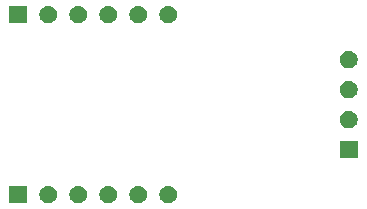
<source format=gbs>
G04 #@! TF.GenerationSoftware,KiCad,Pcbnew,(5.0.0)*
G04 #@! TF.CreationDate,2018-11-06T09:34:30+07:00*
G04 #@! TF.ProjectId,receiver,72656365697665722E6B696361645F70,rev?*
G04 #@! TF.SameCoordinates,Original*
G04 #@! TF.FileFunction,Soldermask,Bot*
G04 #@! TF.FilePolarity,Negative*
%FSLAX46Y46*%
G04 Gerber Fmt 4.6, Leading zero omitted, Abs format (unit mm)*
G04 Created by KiCad (PCBNEW (5.0.0)) date 11/06/18 09:34:30*
%MOMM*%
%LPD*%
G01*
G04 APERTURE LIST*
%ADD10C,0.100000*%
G04 APERTURE END LIST*
D10*
G36*
X76981318Y71855589D02*
X77053767Y71841178D01*
X77110303Y71817760D01*
X77190257Y71784642D01*
X77313100Y71702561D01*
X77417561Y71598100D01*
X77499642Y71475257D01*
X77556178Y71338766D01*
X77585000Y71193870D01*
X77585000Y71046130D01*
X77556178Y70901234D01*
X77499642Y70764743D01*
X77417561Y70641900D01*
X77313100Y70537439D01*
X77190257Y70455358D01*
X77110303Y70422240D01*
X77053767Y70398822D01*
X76981318Y70384411D01*
X76908870Y70370000D01*
X76761130Y70370000D01*
X76688682Y70384411D01*
X76616233Y70398822D01*
X76559697Y70422240D01*
X76479743Y70455358D01*
X76356900Y70537439D01*
X76252439Y70641900D01*
X76170358Y70764743D01*
X76113822Y70901234D01*
X76085000Y71046130D01*
X76085000Y71193870D01*
X76113822Y71338766D01*
X76170358Y71475257D01*
X76252439Y71598100D01*
X76356900Y71702561D01*
X76479743Y71784642D01*
X76559697Y71817760D01*
X76616233Y71841178D01*
X76688682Y71855589D01*
X76761130Y71870000D01*
X76908870Y71870000D01*
X76981318Y71855589D01*
X76981318Y71855589D01*
G37*
G36*
X67425000Y70370000D02*
X65925000Y70370000D01*
X65925000Y71870000D01*
X67425000Y71870000D01*
X67425000Y70370000D01*
X67425000Y70370000D01*
G37*
G36*
X69361318Y71855589D02*
X69433767Y71841178D01*
X69490303Y71817760D01*
X69570257Y71784642D01*
X69693100Y71702561D01*
X69797561Y71598100D01*
X69879642Y71475257D01*
X69936178Y71338766D01*
X69965000Y71193870D01*
X69965000Y71046130D01*
X69936178Y70901234D01*
X69879642Y70764743D01*
X69797561Y70641900D01*
X69693100Y70537439D01*
X69570257Y70455358D01*
X69490303Y70422240D01*
X69433767Y70398822D01*
X69361318Y70384411D01*
X69288870Y70370000D01*
X69141130Y70370000D01*
X69068682Y70384411D01*
X68996233Y70398822D01*
X68939697Y70422240D01*
X68859743Y70455358D01*
X68736900Y70537439D01*
X68632439Y70641900D01*
X68550358Y70764743D01*
X68493822Y70901234D01*
X68465000Y71046130D01*
X68465000Y71193870D01*
X68493822Y71338766D01*
X68550358Y71475257D01*
X68632439Y71598100D01*
X68736900Y71702561D01*
X68859743Y71784642D01*
X68939697Y71817760D01*
X68996233Y71841178D01*
X69068682Y71855589D01*
X69141130Y71870000D01*
X69288870Y71870000D01*
X69361318Y71855589D01*
X69361318Y71855589D01*
G37*
G36*
X71901318Y71855589D02*
X71973767Y71841178D01*
X72030303Y71817760D01*
X72110257Y71784642D01*
X72233100Y71702561D01*
X72337561Y71598100D01*
X72419642Y71475257D01*
X72476178Y71338766D01*
X72505000Y71193870D01*
X72505000Y71046130D01*
X72476178Y70901234D01*
X72419642Y70764743D01*
X72337561Y70641900D01*
X72233100Y70537439D01*
X72110257Y70455358D01*
X72030303Y70422240D01*
X71973767Y70398822D01*
X71901318Y70384411D01*
X71828870Y70370000D01*
X71681130Y70370000D01*
X71608682Y70384411D01*
X71536233Y70398822D01*
X71479697Y70422240D01*
X71399743Y70455358D01*
X71276900Y70537439D01*
X71172439Y70641900D01*
X71090358Y70764743D01*
X71033822Y70901234D01*
X71005000Y71046130D01*
X71005000Y71193870D01*
X71033822Y71338766D01*
X71090358Y71475257D01*
X71172439Y71598100D01*
X71276900Y71702561D01*
X71399743Y71784642D01*
X71479697Y71817760D01*
X71536233Y71841178D01*
X71608682Y71855589D01*
X71681130Y71870000D01*
X71828870Y71870000D01*
X71901318Y71855589D01*
X71901318Y71855589D01*
G37*
G36*
X74441318Y71855589D02*
X74513767Y71841178D01*
X74570303Y71817760D01*
X74650257Y71784642D01*
X74773100Y71702561D01*
X74877561Y71598100D01*
X74959642Y71475257D01*
X75016178Y71338766D01*
X75045000Y71193870D01*
X75045000Y71046130D01*
X75016178Y70901234D01*
X74959642Y70764743D01*
X74877561Y70641900D01*
X74773100Y70537439D01*
X74650257Y70455358D01*
X74570303Y70422240D01*
X74513767Y70398822D01*
X74441318Y70384411D01*
X74368870Y70370000D01*
X74221130Y70370000D01*
X74148682Y70384411D01*
X74076233Y70398822D01*
X74019697Y70422240D01*
X73939743Y70455358D01*
X73816900Y70537439D01*
X73712439Y70641900D01*
X73630358Y70764743D01*
X73573822Y70901234D01*
X73545000Y71046130D01*
X73545000Y71193870D01*
X73573822Y71338766D01*
X73630358Y71475257D01*
X73712439Y71598100D01*
X73816900Y71702561D01*
X73939743Y71784642D01*
X74019697Y71817760D01*
X74076233Y71841178D01*
X74148682Y71855589D01*
X74221130Y71870000D01*
X74368870Y71870000D01*
X74441318Y71855589D01*
X74441318Y71855589D01*
G37*
G36*
X79521318Y71855589D02*
X79593767Y71841178D01*
X79650303Y71817760D01*
X79730257Y71784642D01*
X79853100Y71702561D01*
X79957561Y71598100D01*
X80039642Y71475257D01*
X80096178Y71338766D01*
X80125000Y71193870D01*
X80125000Y71046130D01*
X80096178Y70901234D01*
X80039642Y70764743D01*
X79957561Y70641900D01*
X79853100Y70537439D01*
X79730257Y70455358D01*
X79650303Y70422240D01*
X79593767Y70398822D01*
X79521318Y70384411D01*
X79448870Y70370000D01*
X79301130Y70370000D01*
X79228682Y70384411D01*
X79156233Y70398822D01*
X79099697Y70422240D01*
X79019743Y70455358D01*
X78896900Y70537439D01*
X78792439Y70641900D01*
X78710358Y70764743D01*
X78653822Y70901234D01*
X78625000Y71046130D01*
X78625000Y71193870D01*
X78653822Y71338766D01*
X78710358Y71475257D01*
X78792439Y71598100D01*
X78896900Y71702561D01*
X79019743Y71784642D01*
X79099697Y71817760D01*
X79156233Y71841178D01*
X79228682Y71855589D01*
X79301130Y71870000D01*
X79448870Y71870000D01*
X79521318Y71855589D01*
X79521318Y71855589D01*
G37*
G36*
X95405000Y74180000D02*
X93905000Y74180000D01*
X93905000Y75680000D01*
X95405000Y75680000D01*
X95405000Y74180000D01*
X95405000Y74180000D01*
G37*
G36*
X94801318Y78205589D02*
X94873767Y78191178D01*
X94930303Y78167760D01*
X95010257Y78134642D01*
X95133100Y78052561D01*
X95237561Y77948100D01*
X95319642Y77825257D01*
X95376178Y77688766D01*
X95405000Y77543870D01*
X95405000Y77396130D01*
X95376178Y77251234D01*
X95319642Y77114743D01*
X95237561Y76991900D01*
X95133100Y76887439D01*
X95010257Y76805358D01*
X94930303Y76772240D01*
X94873767Y76748822D01*
X94801318Y76734411D01*
X94728870Y76720000D01*
X94581130Y76720000D01*
X94508682Y76734411D01*
X94436233Y76748822D01*
X94379697Y76772240D01*
X94299743Y76805358D01*
X94176900Y76887439D01*
X94072439Y76991900D01*
X93990358Y77114743D01*
X93933822Y77251234D01*
X93905000Y77396130D01*
X93905000Y77543870D01*
X93933822Y77688766D01*
X93990358Y77825257D01*
X94072439Y77948100D01*
X94176900Y78052561D01*
X94299743Y78134642D01*
X94379697Y78167760D01*
X94436233Y78191178D01*
X94508682Y78205589D01*
X94581130Y78220000D01*
X94728870Y78220000D01*
X94801318Y78205589D01*
X94801318Y78205589D01*
G37*
G36*
X94801318Y80745589D02*
X94873767Y80731178D01*
X94930303Y80707760D01*
X95010257Y80674642D01*
X95133100Y80592561D01*
X95237561Y80488100D01*
X95319642Y80365257D01*
X95376178Y80228766D01*
X95405000Y80083870D01*
X95405000Y79936130D01*
X95376178Y79791234D01*
X95319642Y79654743D01*
X95237561Y79531900D01*
X95133100Y79427439D01*
X95010257Y79345358D01*
X94930303Y79312240D01*
X94873767Y79288822D01*
X94801318Y79274411D01*
X94728870Y79260000D01*
X94581130Y79260000D01*
X94508682Y79274411D01*
X94436233Y79288822D01*
X94379697Y79312240D01*
X94299743Y79345358D01*
X94176900Y79427439D01*
X94072439Y79531900D01*
X93990358Y79654743D01*
X93933822Y79791234D01*
X93905000Y79936130D01*
X93905000Y80083870D01*
X93933822Y80228766D01*
X93990358Y80365257D01*
X94072439Y80488100D01*
X94176900Y80592561D01*
X94299743Y80674642D01*
X94379697Y80707760D01*
X94436233Y80731178D01*
X94508682Y80745589D01*
X94581130Y80760000D01*
X94728870Y80760000D01*
X94801318Y80745589D01*
X94801318Y80745589D01*
G37*
G36*
X94801318Y83285589D02*
X94873767Y83271178D01*
X94930303Y83247760D01*
X95010257Y83214642D01*
X95133100Y83132561D01*
X95237561Y83028100D01*
X95319642Y82905257D01*
X95376178Y82768766D01*
X95405000Y82623870D01*
X95405000Y82476130D01*
X95376178Y82331234D01*
X95319642Y82194743D01*
X95237561Y82071900D01*
X95133100Y81967439D01*
X95010257Y81885358D01*
X94930303Y81852240D01*
X94873767Y81828822D01*
X94801318Y81814411D01*
X94728870Y81800000D01*
X94581130Y81800000D01*
X94508682Y81814411D01*
X94436233Y81828822D01*
X94379697Y81852240D01*
X94299743Y81885358D01*
X94176900Y81967439D01*
X94072439Y82071900D01*
X93990358Y82194743D01*
X93933822Y82331234D01*
X93905000Y82476130D01*
X93905000Y82623870D01*
X93933822Y82768766D01*
X93990358Y82905257D01*
X94072439Y83028100D01*
X94176900Y83132561D01*
X94299743Y83214642D01*
X94379697Y83247760D01*
X94436233Y83271178D01*
X94508682Y83285589D01*
X94581130Y83300000D01*
X94728870Y83300000D01*
X94801318Y83285589D01*
X94801318Y83285589D01*
G37*
G36*
X67425000Y85610000D02*
X65925000Y85610000D01*
X65925000Y87110000D01*
X67425000Y87110000D01*
X67425000Y85610000D01*
X67425000Y85610000D01*
G37*
G36*
X69361318Y87095589D02*
X69433767Y87081178D01*
X69490303Y87057760D01*
X69570257Y87024642D01*
X69693100Y86942561D01*
X69797561Y86838100D01*
X69879642Y86715257D01*
X69936178Y86578766D01*
X69965000Y86433870D01*
X69965000Y86286130D01*
X69936178Y86141234D01*
X69879642Y86004743D01*
X69797561Y85881900D01*
X69693100Y85777439D01*
X69570257Y85695358D01*
X69490303Y85662240D01*
X69433767Y85638822D01*
X69361318Y85624411D01*
X69288870Y85610000D01*
X69141130Y85610000D01*
X69068682Y85624411D01*
X68996233Y85638822D01*
X68939697Y85662240D01*
X68859743Y85695358D01*
X68736900Y85777439D01*
X68632439Y85881900D01*
X68550358Y86004743D01*
X68493822Y86141234D01*
X68465000Y86286130D01*
X68465000Y86433870D01*
X68493822Y86578766D01*
X68550358Y86715257D01*
X68632439Y86838100D01*
X68736900Y86942561D01*
X68859743Y87024642D01*
X68939697Y87057760D01*
X68996233Y87081178D01*
X69068682Y87095589D01*
X69141130Y87110000D01*
X69288870Y87110000D01*
X69361318Y87095589D01*
X69361318Y87095589D01*
G37*
G36*
X71901318Y87095589D02*
X71973767Y87081178D01*
X72030303Y87057760D01*
X72110257Y87024642D01*
X72233100Y86942561D01*
X72337561Y86838100D01*
X72419642Y86715257D01*
X72476178Y86578766D01*
X72505000Y86433870D01*
X72505000Y86286130D01*
X72476178Y86141234D01*
X72419642Y86004743D01*
X72337561Y85881900D01*
X72233100Y85777439D01*
X72110257Y85695358D01*
X72030303Y85662240D01*
X71973767Y85638822D01*
X71901318Y85624411D01*
X71828870Y85610000D01*
X71681130Y85610000D01*
X71608682Y85624411D01*
X71536233Y85638822D01*
X71479697Y85662240D01*
X71399743Y85695358D01*
X71276900Y85777439D01*
X71172439Y85881900D01*
X71090358Y86004743D01*
X71033822Y86141234D01*
X71005000Y86286130D01*
X71005000Y86433870D01*
X71033822Y86578766D01*
X71090358Y86715257D01*
X71172439Y86838100D01*
X71276900Y86942561D01*
X71399743Y87024642D01*
X71479697Y87057760D01*
X71536233Y87081178D01*
X71608682Y87095589D01*
X71681130Y87110000D01*
X71828870Y87110000D01*
X71901318Y87095589D01*
X71901318Y87095589D01*
G37*
G36*
X74441318Y87095589D02*
X74513767Y87081178D01*
X74570303Y87057760D01*
X74650257Y87024642D01*
X74773100Y86942561D01*
X74877561Y86838100D01*
X74959642Y86715257D01*
X75016178Y86578766D01*
X75045000Y86433870D01*
X75045000Y86286130D01*
X75016178Y86141234D01*
X74959642Y86004743D01*
X74877561Y85881900D01*
X74773100Y85777439D01*
X74650257Y85695358D01*
X74570303Y85662240D01*
X74513767Y85638822D01*
X74441318Y85624411D01*
X74368870Y85610000D01*
X74221130Y85610000D01*
X74148682Y85624411D01*
X74076233Y85638822D01*
X74019697Y85662240D01*
X73939743Y85695358D01*
X73816900Y85777439D01*
X73712439Y85881900D01*
X73630358Y86004743D01*
X73573822Y86141234D01*
X73545000Y86286130D01*
X73545000Y86433870D01*
X73573822Y86578766D01*
X73630358Y86715257D01*
X73712439Y86838100D01*
X73816900Y86942561D01*
X73939743Y87024642D01*
X74019697Y87057760D01*
X74076233Y87081178D01*
X74148682Y87095589D01*
X74221130Y87110000D01*
X74368870Y87110000D01*
X74441318Y87095589D01*
X74441318Y87095589D01*
G37*
G36*
X76981318Y87095589D02*
X77053767Y87081178D01*
X77110303Y87057760D01*
X77190257Y87024642D01*
X77313100Y86942561D01*
X77417561Y86838100D01*
X77499642Y86715257D01*
X77556178Y86578766D01*
X77585000Y86433870D01*
X77585000Y86286130D01*
X77556178Y86141234D01*
X77499642Y86004743D01*
X77417561Y85881900D01*
X77313100Y85777439D01*
X77190257Y85695358D01*
X77110303Y85662240D01*
X77053767Y85638822D01*
X76981318Y85624411D01*
X76908870Y85610000D01*
X76761130Y85610000D01*
X76688682Y85624411D01*
X76616233Y85638822D01*
X76559697Y85662240D01*
X76479743Y85695358D01*
X76356900Y85777439D01*
X76252439Y85881900D01*
X76170358Y86004743D01*
X76113822Y86141234D01*
X76085000Y86286130D01*
X76085000Y86433870D01*
X76113822Y86578766D01*
X76170358Y86715257D01*
X76252439Y86838100D01*
X76356900Y86942561D01*
X76479743Y87024642D01*
X76559697Y87057760D01*
X76616233Y87081178D01*
X76688682Y87095589D01*
X76761130Y87110000D01*
X76908870Y87110000D01*
X76981318Y87095589D01*
X76981318Y87095589D01*
G37*
G36*
X79521318Y87095589D02*
X79593767Y87081178D01*
X79650303Y87057760D01*
X79730257Y87024642D01*
X79853100Y86942561D01*
X79957561Y86838100D01*
X80039642Y86715257D01*
X80096178Y86578766D01*
X80125000Y86433870D01*
X80125000Y86286130D01*
X80096178Y86141234D01*
X80039642Y86004743D01*
X79957561Y85881900D01*
X79853100Y85777439D01*
X79730257Y85695358D01*
X79650303Y85662240D01*
X79593767Y85638822D01*
X79521318Y85624411D01*
X79448870Y85610000D01*
X79301130Y85610000D01*
X79228682Y85624411D01*
X79156233Y85638822D01*
X79099697Y85662240D01*
X79019743Y85695358D01*
X78896900Y85777439D01*
X78792439Y85881900D01*
X78710358Y86004743D01*
X78653822Y86141234D01*
X78625000Y86286130D01*
X78625000Y86433870D01*
X78653822Y86578766D01*
X78710358Y86715257D01*
X78792439Y86838100D01*
X78896900Y86942561D01*
X79019743Y87024642D01*
X79099697Y87057760D01*
X79156233Y87081178D01*
X79228682Y87095589D01*
X79301130Y87110000D01*
X79448870Y87110000D01*
X79521318Y87095589D01*
X79521318Y87095589D01*
G37*
M02*

</source>
